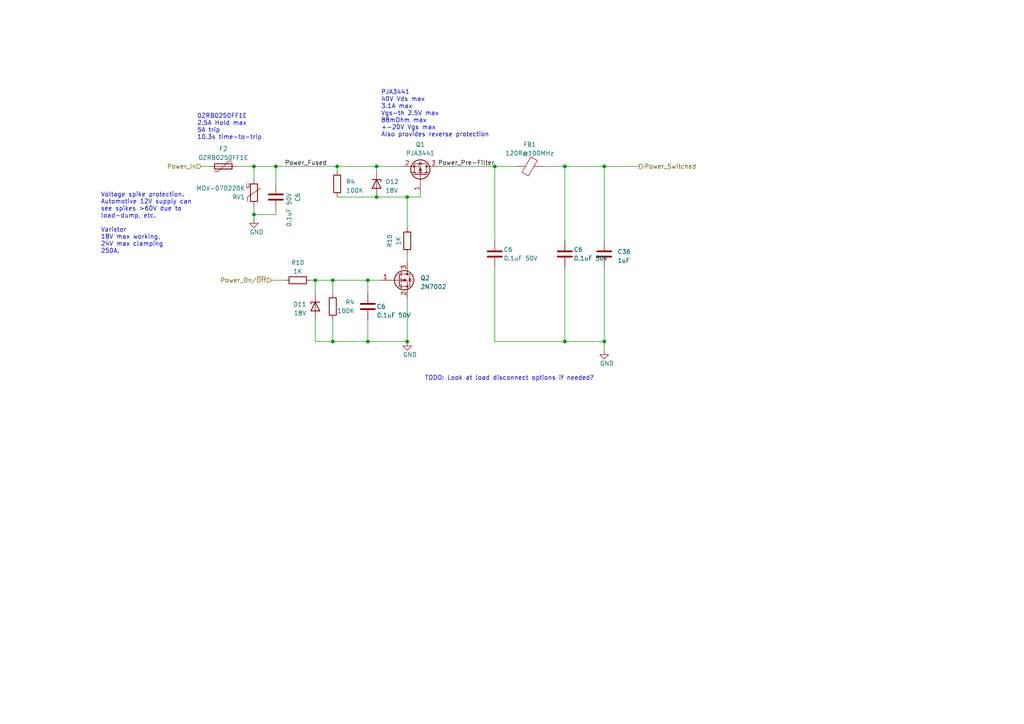
<source format=kicad_sch>
(kicad_sch (version 20230121) (generator eeschema)
  (paper "A4")
  (title_block (title "Vehicle Emulator Board") (date "2025-03-09") (rev "1.0.0") (comment 1 "https://github.com/martinroger/VXDash") (comment 2 "https://cadlab.io/projects/vxdash"))
  (lib_symbols
    (symbol "Device:C" (pin_numbers hide) (pin_names (offset 0.254))
      (property "Reference" "C" (at 0.635 2.54 0))
      (property "Value" "C" (at 0.635 -2.54 0))
      (symbol "C_0_1"
        (polyline (pts (xy -2.032 -0.762) (xy 2.032 -0.762)) (stroke (width 0.508)))
        (polyline (pts (xy -2.032 0.762) (xy 2.032 0.762)) (stroke (width 0.508)))
      )
      (symbol "C_1_1"
        (pin passive line (at 0 3.81 270) (length 2.794) (name "~") (number "1"))
        (pin passive line (at 0 -3.81 90) (length 2.794) (name "~") (number "2"))
      )
    )
    (symbol "Device:D_Zener" (pin_numbers hide) (pin_names (offset 1.016) hide)
      (property "Reference" "D" (at 0 2.54 0))
      (property "Value" "D_Zener" (at 0 -2.54 0))
      (symbol "D_Zener_0_1"
        (polyline (pts (xy 1.27 0) (xy -1.27 0)))
        (polyline (pts (xy -1.27 -1.27) (xy -1.27 1.27) (xy -0.762 1.27)) (stroke (width 0.254)))
        (polyline (pts (xy 1.27 -1.27) (xy 1.27 1.27) (xy -1.27 0) (xy 1.27 -1.27)) (stroke (width 0.254)))
      )
      (symbol "D_Zener_1_1"
        (pin passive line (at -3.81 0 0) (length 2.54) (name "K") (number "1"))
        (pin passive line (at 3.81 0 180) (length 2.54) (name "A") (number "2"))
      )
    )
    (symbol "Device:FerriteBead" (pin_numbers hide) (pin_names (offset 0))
      (property "Reference" "FB" (at -3.81 0.635 90))
      (property "Value" "FerriteBead" (at 3.81 0 90))
      (symbol "FerriteBead_0_1"
        (polyline (pts (xy 0 -1.27) (xy 0 -1.2192)))
        (polyline (pts (xy 0 1.27) (xy 0 1.2954)))
        (polyline (pts (xy -2.7686 0.4064) (xy -1.7018 2.2606) (xy 2.7686 -0.3048) (xy 1.6764 -2.159) (xy -2.7686 0.4064)))
      )
      (symbol "FerriteBead_1_1"
        (pin passive line (at 0 3.81 270) (length 2.54) (name "~") (number "1"))
        (pin passive line (at 0 -3.81 90) (length 2.54) (name "~") (number "2"))
      )
    )
    (symbol "Device:Polyfuse" (pin_numbers hide) (pin_names (offset 0))
      (property "Reference" "F" (at -2.54 0 90))
      (property "Value" "Polyfuse" (at 2.54 0 90))
      (symbol "Polyfuse_0_1"
        (rectangle (start -0.762 2.54) (end 0.762 -2.54) (stroke (width 0.254)))
        (polyline (pts (xy 0 2.54) (xy 0 -2.54)))
        (polyline (pts (xy -1.524 2.54) (xy -1.524 1.524) (xy 1.524 -1.524) (xy 1.524 -2.54)))
      )
      (symbol "Polyfuse_1_1"
        (pin passive line (at 0 3.81 270) (length 1.27) (name "~") (number "1"))
        (pin passive line (at 0 -3.81 90) (length 1.27) (name "~") (number "2"))
      )
    )
    (symbol "Device:Q_NMOS_GSD" (pin_names (offset 0) hide)
      (property "Reference" "Q" (at 5.08 1.27 0))
      (property "Value" "Q_NMOS_GSD" (at 5.08 -1.27 0))
      (symbol "Q_NMOS_GSD_0_1"
        (polyline (pts (xy 0.254 0) (xy -2.54 0)))
        (polyline (pts (xy 0.254 1.905) (xy 0.254 -1.905)) (stroke (width 0.254)))
        (polyline (pts (xy 0.762 -1.27) (xy 0.762 -2.286)) (stroke (width 0.254)))
        (polyline (pts (xy 0.762 0.508) (xy 0.762 -0.508)) (stroke (width 0.254)))
        (polyline (pts (xy 0.762 2.286) (xy 0.762 1.27)) (stroke (width 0.254)))
        (polyline (pts (xy 2.54 2.54) (xy 2.54 1.778)))
        (polyline (pts (xy 2.54 -2.54) (xy 2.54 0) (xy 0.762 0)))
        (polyline (pts (xy 0.762 -1.778) (xy 3.302 -1.778) (xy 3.302 1.778) (xy 0.762 1.778)))
        (polyline (pts (xy 1.016 0) (xy 2.032 0.381) (xy 2.032 -0.381) (xy 1.016 0)) (fill (type outline)))
        (polyline (pts (xy 2.794 0.508) (xy 2.921 0.381) (xy 3.683 0.381) (xy 3.81 0.254)))
        (polyline (pts (xy 3.302 0.381) (xy 2.921 -0.254) (xy 3.683 -0.254) (xy 3.302 0.381)))
        (circle (center 1.651 0) (radius 2.794) (stroke (width 0.254)))
        (circle (center 2.54 -1.778) (radius 0.254) (fill (type outline)))
        (circle (center 2.54 1.778) (radius 0.254) (fill (type outline)))
      )
      (symbol "Q_NMOS_GSD_1_1"
        (pin input line (at -5.08 0 0) (length 2.54) (name "G") (number "1"))
        (pin passive line (at 2.54 -5.08 90) (length 2.54) (name "S") (number "2"))
        (pin passive line (at 2.54 5.08 270) (length 2.54) (name "D") (number "3"))
      )
    )
    (symbol "Device:Q_PMOS_GSD" (pin_names (offset 0) hide)
      (property "Reference" "Q" (at 5.08 1.27 0))
      (property "Value" "Q_PMOS_GSD" (at 5.08 -1.27 0))
      (symbol "Q_PMOS_GSD_0_1"
        (polyline (pts (xy 0.254 0) (xy -2.54 0)))
        (polyline (pts (xy 0.254 1.905) (xy 0.254 -1.905)) (stroke (width 0.254)))
        (polyline (pts (xy 0.762 -1.27) (xy 0.762 -2.286)) (stroke (width 0.254)))
        (polyline (pts (xy 0.762 0.508) (xy 0.762 -0.508)) (stroke (width 0.254)))
        (polyline (pts (xy 0.762 2.286) (xy 0.762 1.27)) (stroke (width 0.254)))
        (polyline (pts (xy 2.54 2.54) (xy 2.54 1.778)))
        (polyline (pts (xy 2.54 -2.54) (xy 2.54 0) (xy 0.762 0)))
        (polyline (pts (xy 0.762 1.778) (xy 3.302 1.778) (xy 3.302 -1.778) (xy 0.762 -1.778)))
        (polyline (pts (xy 2.286 0) (xy 1.27 0.381) (xy 1.27 -0.381) (xy 2.286 0)) (fill (type outline)))
        (polyline (pts (xy 2.794 -0.508) (xy 2.921 -0.381) (xy 3.683 -0.381) (xy 3.81 -0.254)))
        (polyline (pts (xy 3.302 -0.381) (xy 2.921 0.254) (xy 3.683 0.254) (xy 3.302 -0.381)))
        (circle (center 1.651 0) (radius 2.794) (stroke (width 0.254)))
        (circle (center 2.54 -1.778) (radius 0.254) (fill (type outline)))
        (circle (center 2.54 1.778) (radius 0.254) (fill (type outline)))
      )
      (symbol "Q_PMOS_GSD_1_1"
        (pin input line (at -5.08 0 0) (length 2.54) (name "G") (number "1"))
        (pin passive line (at 2.54 -5.08 90) (length 2.54) (name "S") (number "2"))
        (pin passive line (at 2.54 5.08 270) (length 2.54) (name "D") (number "3"))
      )
    )
    (symbol "Device:R" (pin_numbers hide) (pin_names (offset 0))
      (property "Reference" "R" (at 2.032 0 90))
      (property "Value" "R" (at 0 0 90))
      (symbol "R_0_1"
        (rectangle (start -1.016 -2.54) (end 1.016 2.54) (stroke (width 0.254)))
      )
      (symbol "R_1_1"
        (pin passive line (at 0 3.81 270) (length 1.27) (name "~") (number "1"))
        (pin passive line (at 0 -3.81 90) (length 1.27) (name "~") (number "2"))
      )
    )
    (symbol "Device:Varistor" (pin_numbers hide) (pin_names (offset 0))
      (property "Reference" "RV" (at 3.175 0 90))
      (property "Value" "Varistor" (at -3.175 0 90))
      (symbol "Varistor_0_0"
        (text "U" (at -1.778 -2.032 0) (effects (font (size 1.27 1.27))))
      )
      (symbol "Varistor_0_1"
        (rectangle (start -1.016 -2.54) (end 1.016 2.54) (stroke (width 0.254)))
        (polyline (pts (xy -1.905 2.54) (xy -1.905 1.27) (xy 1.905 -1.27)))
      )
      (symbol "Varistor_1_1"
        (pin passive line (at 0 3.81 270) (length 1.27) (name "~") (number "1"))
        (pin passive line (at 0 -3.81 90) (length 1.27) (name "~") (number "2"))
      )
    )
    (symbol "power:GND" (power) (pin_names (offset 0))
      (property "Value" "GND" (at 0 -3.81 0))
      (symbol "GND_0_1"
        (polyline (pts (xy 0 0) (xy 0 -1.27) (xy 1.27 -1.27) (xy 0 -2.54) (xy -1.27 -1.27) (xy 0 -1.27)))
      )
      (symbol "GND_1_1"
        (pin power_in line (at 0 0 270) (length 0) hide (name "GND") (number "1"))
      )
    )
  )
  (junction (at 96.52 99.06))
  (junction (at 73.66 62.23))
  (junction (at 96.52 81.28))
  (junction (at 106.68 99.06))
  (junction (at 118.11 99.06))
  (junction (at 163.83 48.26))
  (junction (at 97.79 48.26))
  (junction (at 175.26 48.26))
  (junction (at 118.11 57.15))
  (junction (at 109.22 48.26))
  (junction (at 175.26 99.06))
  (junction (at 163.83 99.06))
  (junction (at 91.44 81.28))
  (junction (at 73.66 48.26))
  (junction (at 80.01 48.26))
  (junction (at 109.22 57.15))
  (junction (at 143.51 48.26))
  (junction (at 106.68 81.28))
  (wire (pts (xy 163.83 77.47) (xy 163.83 99.06)))
  (wire (pts (xy 68.58 48.26) (xy 73.66 48.26)))
  (wire (pts (xy 96.52 81.28) (xy 96.52 85.09)))
  (wire (pts (xy 90.17 81.28) (xy 91.44 81.28)))
  (wire (pts (xy 143.51 48.26) (xy 143.51 69.85)))
  (wire (pts (xy 73.66 62.23) (xy 73.66 63.5)))
  (wire (pts (xy 91.44 81.28) (xy 96.52 81.28)))
  (wire (pts (xy 121.92 57.15) (xy 118.11 57.15)))
  (wire (pts (xy 80.01 48.26) (xy 80.01 53.34)))
  (wire (pts (xy 157.48 48.26) (xy 163.83 48.26)))
  (wire (pts (xy 143.51 77.47) (xy 143.51 99.06)))
  (wire (pts (xy 73.66 48.26) (xy 73.66 52.07)))
  (wire (pts (xy 106.68 81.28) (xy 106.68 85.09)))
  (wire (pts (xy 109.22 48.26) (xy 109.22 49.53)))
  (wire (pts (xy 127 48.26) (xy 143.51 48.26)))
  (wire (pts (xy 97.79 48.26) (xy 109.22 48.26)))
  (wire (pts (xy 96.52 99.06) (xy 106.68 99.06)))
  (wire (pts (xy 175.26 101.6) (xy 175.26 99.06)))
  (wire (pts (xy 91.44 81.28) (xy 91.44 85.09)))
  (wire (pts (xy 73.66 59.69) (xy 73.66 62.23)))
  (wire (pts (xy 109.22 48.26) (xy 116.84 48.26)))
  (wire (pts (xy 121.92 55.88) (xy 121.92 57.15)))
  (wire (pts (xy 109.22 57.15) (xy 118.11 57.15)))
  (wire (pts (xy 78.74 81.28) (xy 82.55 81.28)))
  (wire (pts (xy 96.52 81.28) (xy 106.68 81.28)))
  (wire (pts (xy 175.26 77.47) (xy 175.26 99.06)))
  (wire (pts (xy 106.68 99.06) (xy 118.11 99.06)))
  (wire (pts (xy 143.51 48.26) (xy 149.86 48.26)))
  (wire (pts (xy 118.11 99.06) (xy 118.11 86.36)))
  (wire (pts (xy 97.79 48.26) (xy 97.79 49.53)))
  (wire (pts (xy 58.42 48.26) (xy 60.96 48.26)))
  (wire (pts (xy 80.01 48.26) (xy 97.79 48.26)))
  (wire (pts (xy 175.26 99.06) (xy 163.83 99.06)))
  (wire (pts (xy 106.68 81.28) (xy 110.49 81.28)))
  (wire (pts (xy 73.66 62.23) (xy 80.01 62.23)))
  (wire (pts (xy 106.68 92.71) (xy 106.68 99.06)))
  (wire (pts (xy 80.01 60.96) (xy 80.01 62.23)))
  (wire (pts (xy 97.79 57.15) (xy 109.22 57.15)))
  (wire (pts (xy 96.52 99.06) (xy 91.44 99.06)))
  (wire (pts (xy 175.26 48.26) (xy 175.26 69.85)))
  (wire (pts (xy 118.11 73.66) (xy 118.11 76.2)))
  (wire (pts (xy 73.66 48.26) (xy 80.01 48.26)))
  (wire (pts (xy 163.83 48.26) (xy 163.83 69.85)))
  (wire (pts (xy 91.44 99.06) (xy 91.44 92.71)))
  (wire (pts (xy 96.52 92.71) (xy 96.52 99.06)))
  (wire (pts (xy 175.26 48.26) (xy 185.42 48.26)))
  (wire (pts (xy 163.83 48.26) (xy 175.26 48.26)))
  (wire (pts (xy 143.51 99.06) (xy 163.83 99.06)))
  (wire (pts (xy 118.11 57.15) (xy 118.11 66.04)))
  (text "TODO: Look at load disconnect options if needed?" (at 123.19 110.49 0) (effects (font (size 1.27 1.27)) (justify left bottom)))
  (text "PJA3441\n40V Vds max\n3.1A max\nVgs-th 2.5V max\n88mOhm max\n+-20V Vgs max\nAlso provides reverse protection\n\n" (at 110.49 41.91 0) (effects (font (size 1.27 1.27)) (justify left bottom)))
  (text "Voltage spike protection.\nAutomotive 12V supply can \nsee spikes >60V due to \nload-dump, etc.\n\nVaristor\n18V max working,\n24V max clamping \n250A." (at 29.21 73.66 0) (effects (font (size 1.27 1.27)) (justify left bottom)))
  (text "0ZRB0250FF1E\n2.5A Hold max\n5A trip\n10.3s time-to-trip" (at 57.15 40.64 0) (effects (font (size 1.27 1.27)) (justify left bottom)))
  (label "Power_Pre-Filter" (at 127 48.26 0))
  (label "Power_Fused" (at 82.55 48.26 0))
  (hierarchical_label "Power_On{slash}~{Off}" (shape input) (at 78.74 81.28 180))
  (hierarchical_label "Power_Switched" (shape output) (at 185.42 48.26 0))
  (hierarchical_label "Power_In" (shape input) (at 58.42 48.26 180))
  (symbol (lib_id "Device:R") (at 118.11 69.85 180) (unit 1)
    (property "Reference" "R10" (at 113.03 69.85 90))
    (property "Value" "1K" (at 115.57 69.85 90))
    (property "Footprint" "Resistor_SMD:R_0805_2012Metric" (effects hide))
    (property "Datasheet" "https://www.seielect.com/Catalog/SEI-RMCF_RMCP.pdf" (effects hide))
    (property "Manufacturer_Name" "Stackpole Electronics Inc" (effects hide))
    (property "Manufacturer_Part_Number" "RMCF0805FT1K00" (effects hide))
    (property "Description" "RES 1K OHM 1% 1/8W 0805" (effects hide))
    (instances (project "DashSpy" (path "" (reference "R10") (unit 1)) (path "" (reference "R25") (unit 1)) (path "" (reference "R28") (unit 1)) (path "" (reference "R31") (unit 1)) (path "" (reference "R34") (unit 1)) (path "" (reference "R37") (unit 1)) (path "" (reference "R40") (unit 1)) (path "" (reference "R43") (unit 1)) (path "" (reference "R46") (unit 1)) (path "" (reference "R49") (unit 1)) (path "" (reference "R52") (unit 1))) (project "Vehicle Emulator Board" (path "" (reference "R6") (unit 1)) (path "" (reference "R8") (unit 1)) (path "" (reference "R10") (unit 1)) (path "" (reference "R12") (unit 1)) (path "" (reference "R14") (unit 1)) (path "" (reference "R16") (unit 1)) (path "" (reference "R18") (unit 1)) (path "" (reference "R20") (unit 1)) (path "" (reference "R22") (unit 1)) (path "" (reference "R24") (unit 1)) (path "" (reference "R64") (unit 1)) (path "" (reference "R64") (unit 1))))
  )
  (symbol (lib_id "power:GND") (at 175.26 101.6 0) (unit 1)
    (property "Reference" "#PWR06" (effects hide))
    (property "Value" "GND" (at 173.99 105.41 0) (effects (justify left)))
    (instances (project "DashSpy" (path "" (reference "#PWR06") (unit 1))) (project "Vehicle Emulator Board" (path "" (reference "#PWR03") (unit 1)) (path "" (reference "#PWR02") (unit 1))))
  )
  (symbol (lib_id "Device:FerriteBead") (at 153.67 48.26 90) (unit 1)
    (property "Reference" "FB1" (at 153.6192 41.91 90))
    (property "Value" "120R@100MHz" (at 153.6192 44.45 90))
    (property "Footprint" "Inductor_SMD:L_0805_2012Metric" (effects hide))
    (property "Datasheet" "https://www.we-online.com/katalog/datasheet/742792023.pdf" (effects hide))
    (property "Manufacturer_Name" "Würth Elektronik" (effects hide))
    (property "Manufacturer_Part_Number" "742792023" (effects hide))
    (property "Description" "FERRITE BEAD 120 OHM 0805 1LN" (effects hide))
  )
  (symbol (lib_id "Device:C") (at 80.01 57.15 0) (mirror x) (unit 1)
    (property "Reference" "C6" (at 86.36 55.88 90) (effects (justify left)))
    (property "Value" "0.1uF 50V" (at 83.82 55.8801 90) (effects (justify left)))
    (property "Footprint" "Capacitor_SMD:C_0603_1608Metric" (effects hide))
    (property "Datasheet" "https://media.digikey.com/pdf/Data%20Sheets/Samsung%20PDFs/CL10B104KB8NNWC_Spec.pdf" (effects hide))
    (property "Manufacturer_Part_Number" "CL10B104KB8NNWC" (effects hide))
    (property "Manufacturer_Name" "Samsung" (effects hide))
    (property "Description" "CAP CER 0.1UF 50V X7R 0603" (effects hide))
    (instances (project "DashSpy" (path "" (reference "C6") (unit 1))) (project "Vehicle Emulator Board" (path "" (reference "C33") (unit 1)) (path "" (reference "C33") (unit 1))))
  )
  (symbol (lib_id "Device:R") (at 96.52 88.9 0) (mirror y) (unit 1)
    (property "Reference" "R4" (at 102.87 87.63 0) (effects (justify left)))
    (property "Value" "100K" (at 102.87 90.17 0) (effects (justify left)))
    (property "Footprint" "Resistor_SMD:R_0402_1005Metric" (effects hide))
    (property "Datasheet" "https://www.vishay.com/docs/28773/crcwce3.pdf" (effects hide))
    (property "Description" "RES CHIP 0402 100K 1% 1/16W" (effects hide))
    (property "Manufacturer_Part_Number" "CRCW0402100KFKEDC" (effects hide))
    (property "Manufacturer_Name" "Vishay Dale" (effects hide))
    (instances (project "Vehicle Emulator Board" (path "" (reference "R4") (unit 1)) (path "" (reference "R65") (unit 1)) (path "" (reference "R63") (unit 1))))
  )
  (symbol (lib_id "power:GND") (at 73.66 63.5 0) (unit 1)
    (property "Reference" "#PWR06" (effects hide))
    (property "Value" "GND" (at 72.39 67.31 0) (effects (justify left)))
    (instances (project "DashSpy" (path "" (reference "#PWR06") (unit 1))) (project "Vehicle Emulator Board" (path "" (reference "#PWR03") (unit 1)) (path "" (reference "#PWR08") (unit 1))))
  )
  (symbol (lib_id "Device:C") (at 163.83 73.66 0) (mirror x) (unit 1)
    (property "Reference" "C6" (at 166.37 72.39 0) (effects (justify left)))
    (property "Value" "0.1uF 50V" (at 166.37 74.93 0) (effects (justify left)))
    (property "Footprint" "Capacitor_SMD:C_0603_1608Metric" (effects hide))
    (property "Datasheet" "https://media.digikey.com/pdf/Data%20Sheets/Samsung%20PDFs/CL10B104KB8NNWC_Spec.pdf" (effects hide))
    (property "Manufacturer_Part_Number" "CL10B104KB8NNWC" (effects hide))
    (property "Manufacturer_Name" "Samsung" (effects hide))
    (property "Description" "CAP CER 0.1UF 50V X7R 0603" (effects hide))
    (instances (project "DashSpy" (path "" (reference "C6") (unit 1))) (project "Vehicle Emulator Board" (path "" (reference "C35") (unit 1)) (path "" (reference "C35") (unit 1))))
  )
  (symbol (lib_id "Device:D_Zener") (at 109.22 53.34 270) (unit 1)
    (property "Reference" "D12" (at 111.76 52.705 90) (effects (justify left)))
    (property "Value" "18V" (at 111.76 55.245 90) (effects (justify left)))
    (property "Footprint" "Diode_SMD:D_SOD-123" (effects hide))
    (property "Datasheet" "https://www.mccsemi.com/pdf/Products/BZT52C2V4~BZT52C75(500mW)(SOD-123).pdf" (effects hide))
    (property "Manufacturer_Name" "Micro Commercial Co" (effects hide))
    (property "Manufacturer_Part_Number" "BZT52C18-TP" (effects hide))
    (property "Description" "DIODE ZENER 18V 200MW SOD123" (effects hide))
    (instances (project "Vehicle Emulator Board" (path "" (reference "D12") (unit 1)) (path "" (reference "D10") (unit 1))))
  )
  (symbol (lib_id "Device:R") (at 86.36 81.28 90) (unit 1)
    (property "Reference" "R10" (at 86.36 76.2 90))
    (property "Value" "1K" (at 86.36 78.74 90))
    (property "Footprint" "Resistor_SMD:R_0805_2012Metric" (effects hide))
    (property "Datasheet" "https://www.seielect.com/Catalog/SEI-RMCF_RMCP.pdf" (effects hide))
    (property "Manufacturer_Name" "Stackpole Electronics Inc" (effects hide))
    (property "Manufacturer_Part_Number" "RMCF0805FT1K00" (effects hide))
    (property "Description" "RES 1K OHM 1% 1/8W 0805" (effects hide))
    (instances (project "DashSpy" (path "" (reference "R10") (unit 1)) (path "" (reference "R25") (unit 1)) (path "" (reference "R28") (unit 1)) (path "" (reference "R31") (unit 1)) (path "" (reference "R34") (unit 1)) (path "" (reference "R37") (unit 1)) (path "" (reference "R40") (unit 1)) (path "" (reference "R43") (unit 1)) (path "" (reference "R46") (unit 1)) (path "" (reference "R49") (unit 1)) (path "" (reference "R52") (unit 1))) (project "Vehicle Emulator Board" (path "" (reference "R6") (unit 1)) (path "" (reference "R8") (unit 1)) (path "" (reference "R10") (unit 1)) (path "" (reference "R12") (unit 1)) (path "" (reference "R14") (unit 1)) (path "" (reference "R16") (unit 1)) (path "" (reference "R18") (unit 1)) (path "" (reference "R20") (unit 1)) (path "" (reference "R22") (unit 1)) (path "" (reference "R24") (unit 1)) (path "" (reference "R64") (unit 1)) (path "" (reference "R62") (unit 1))))
  )
  (symbol (lib_id "Device:Q_PMOS_GSD") (at 121.92 50.8 270) (mirror x) (unit 1)
    (property "Reference" "Q1" (at 121.92 41.91 90))
    (property "Value" "PJA3441" (at 121.92 44.45 90))
    (property "Footprint" "Package_TO_SOT_SMD:SOT-23" (effects hide))
    (property "Datasheet" "https://www.panjit.com.tw/upload/datasheet/PJA3441.pdf" (effects hide))
    (property "Manufacturer_Name" "Panjit" (effects hide))
    (property "Manufacturer_Part_Number" "PJA3441_R1_00001" (effects hide))
    (property "Description" "P-Channel 40 V 3.1A (Ta) 1.25W (Ta) Surface Mount SOT-23" (effects hide))
    (instances (project "Vehicle Emulator Board" (path "" (reference "Q1") (unit 1)) (path "" (reference "Q2") (unit 1))))
  )
  (symbol (lib_id "Device:C") (at 175.26 73.66 0) (unit 1)
    (property "Reference" "C36" (at 179.07 73.025 0) (effects (justify left)))
    (property "Value" "1uF" (at 179.07 75.565 0) (effects (justify left)))
    (property "Footprint" "Capacitor_SMD:C_0603_1608Metric" (effects hide))
    (property "Datasheet" "https://www.yuden.co.jp/productdata/catalog/mlcc06_e.pdf" (effects hide))
    (property "Voltage" "25V" (effects hide))
    (property "Dielectric" "X7R" (effects hide))
    (property "Tolerance" "10%" (effects hide))
    (property "Description" "CAP CER 1UF 50V X5R 0603" (effects hide))
    (property "Manufacturer_Name" "Taiyo Yuden" (effects hide))
    (property "Manufacturer_Part_Number" "UMK107BJ105KA-T" (effects hide))
  )
  (symbol (lib_id "Device:Q_NMOS_GSD") (at 115.57 81.28 0) (unit 1)
    (property "Reference" "Q2" (at 121.92 80.645 0) (effects (justify left)))
    (property "Value" "2N7002" (at 121.92 83.185 0) (effects (justify left)))
    (property "Footprint" "Package_TO_SOT_SMD:SOT-23" (effects hide))
    (property "Datasheet" "https://www.mccsemi.com/pdf/Products/2N7002(SOT-23).PDF" (effects hide))
    (property "Manufacturer_Name" "Micro Commercial Co" (effects hide))
    (property "Manufacturer_Part_Number" "2N7002-TP" (effects hide))
    (property "Description" "MOSFET N-CH 60V 115MA SOT23" (effects hide))
    (instances (project "Vehicle Emulator Board" (path "" (reference "Q2") (unit 1)) (path "" (reference "Q1") (unit 1))))
  )
  (symbol (lib_id "power:GND") (at 118.11 99.06 0) (unit 1)
    (property "Reference" "#PWR06" (effects hide))
    (property "Value" "GND" (at 116.84 102.87 0) (effects (justify left)))
    (instances (project "DashSpy" (path "" (reference "#PWR06") (unit 1))) (project "Vehicle Emulator Board" (path "" (reference "#PWR03") (unit 1)) (path "" (reference "#PWR03") (unit 1))))
  )
  (symbol (lib_id "Device:C") (at 106.68 88.9 0) (mirror x) (unit 1)
    (property "Reference" "C6" (at 109.22 88.9 0) (effects (justify left)))
    (property "Value" "0.1uF 50V" (at 109.22 91.44 0) (effects (justify left)))
    (property "Footprint" "Capacitor_SMD:C_0603_1608Metric" (effects hide))
    (property "Datasheet" "https://media.digikey.com/pdf/Data%20Sheets/Samsung%20PDFs/CL10B104KB8NNWC_Spec.pdf" (effects hide))
    (property "Manufacturer_Part_Number" "CL10B104KB8NNWC" (effects hide))
    (property "Manufacturer_Name" "Samsung" (effects hide))
    (property "Description" "CAP CER 0.1UF 50V X7R 0603" (effects hide))
    (instances (project "DashSpy" (path "" (reference "C6") (unit 1))) (project "Vehicle Emulator Board" (path "" (reference "C34") (unit 1)) (path "" (reference "C34") (unit 1))))
  )
  (symbol (lib_id "Device:D_Zener") (at 91.44 88.9 90) (mirror x) (unit 1)
    (property "Reference" "D11" (at 88.9 88.265 90) (effects (justify left)))
    (property "Value" "18V" (at 88.9 90.805 90) (effects (justify left)))
    (property "Footprint" "Diode_SMD:D_SOD-123" (effects hide))
    (property "Datasheet" "https://www.mccsemi.com/pdf/Products/BZT52C2V4~BZT52C75(500mW)(SOD-123).pdf" (effects hide))
    (property "Manufacturer_Name" "Micro Commercial Co" (effects hide))
    (property "Manufacturer_Part_Number" "BZT52C18-TP" (effects hide))
    (property "Description" "DIODE ZENER 18V 200MW SOD123" (effects hide))
    (instances (project "Vehicle Emulator Board" (path "" (reference "D11") (unit 1)) (path "" (reference "D1") (unit 1))))
  )
  (symbol (lib_id "Device:R") (at 97.79 53.34 0) (unit 1)
    (property "Reference" "R4" (at 100.33 52.705 0) (effects (justify left)))
    (property "Value" "100K" (at 100.33 55.245 0) (effects (justify left)))
    (property "Footprint" "Resistor_SMD:R_0402_1005Metric" (effects hide))
    (property "Datasheet" "https://www.vishay.com/docs/28773/crcwce3.pdf" (effects hide))
    (property "Description" "RES CHIP 0402 100K 1% 1/16W" (effects hide))
    (property "Manufacturer_Part_Number" "CRCW0402100KFKEDC" (effects hide))
    (property "Manufacturer_Name" "Vishay Dale" (effects hide))
    (instances (project "Vehicle Emulator Board" (path "" (reference "R4") (unit 1)) (path "" (reference "R62") (unit 1)) (path "" (reference "R65") (unit 1))))
  )
  (symbol (lib_id "Device:Polyfuse") (at 64.77 48.26 90) (unit 1)
    (property "Reference" "F2" (at 64.77 43.18 90))
    (property "Value" "0ZRB0250FF1E" (at 64.77 45.72 90))
    (property "Footprint" "Fuse:Fuse_BelFuse_0ZRE0033FF_L11.4mm_W3.8mm" (effects hide))
    (property "Datasheet" "https://www.belfuse.com/resources/datasheets/circuitprotection/ds-cp-0zrb-series.pdf" (effects hide))
    (property "Manufacturer_Name" "Bel Fuse" (effects hide))
    (property "Manufacturer_Part_Number" "0ZRB0250FF1E" (effects hide))
    (property "Description" "PTC RESET FUSE 30V 2.5A RADIAL" (effects hide))
  )
  (symbol (lib_id "Device:C") (at 143.51 73.66 0) (mirror x) (unit 1)
    (property "Reference" "C6" (at 146.05 72.39 0) (effects (justify left)))
    (property "Value" "0.1uF 50V" (at 146.05 74.93 0) (effects (justify left)))
    (property "Footprint" "Capacitor_SMD:C_0603_1608Metric" (effects hide))
    (property "Datasheet" "https://media.digikey.com/pdf/Data%20Sheets/Samsung%20PDFs/CL10B104KB8NNWC_Spec.pdf" (effects hide))
    (property "Manufacturer_Part_Number" "CL10B104KB8NNWC" (effects hide))
    (property "Manufacturer_Name" "Samsung" (effects hide))
    (property "Description" "CAP CER 0.1UF 50V X7R 0603" (effects hide))
    (instances (project "DashSpy" (path "" (reference "C6") (unit 1))) (project "Vehicle Emulator Board" (path "" (reference "C35") (unit 1)) (path "" (reference "C37") (unit 1))))
  )
  (symbol (lib_id "Device:Varistor") (at 73.66 55.88 0) (mirror x) (unit 1)
    (property "Reference" "RV1" (at 71.12 57.15 0) (effects (justify right)))
    (property "Value" "MOV-07D220K" (at 71.12 54.61 0) (effects (justify right)))
    (property "Footprint" "Varistor:RV_Disc_D9mm_W3.5mm_P5mm" (effects hide))
    (property "Datasheet" "https://www.bourns.com/docs/Product-Datasheets/MOV07D.pdf" (effects hide))
    (property "Manufacturer_Name" "Bourns" (effects hide))
    (property "Manufacturer_Part_Number" "MOV-07D220K" (effects hide))
    (property "Description" "VARISTOR 22V 250A DISC 7MM" (effects hide))
  )
)
</source>
